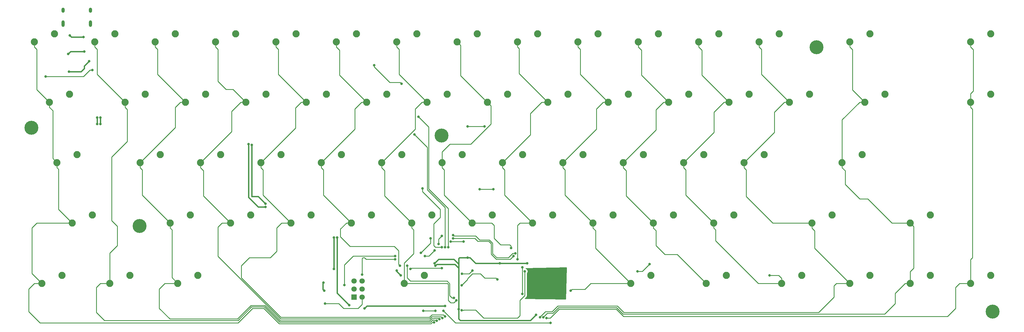
<source format=gbr>
G04 #@! TF.GenerationSoftware,KiCad,Pcbnew,(5.1.4)-1*
G04 #@! TF.CreationDate,2021-09-28T20:31:06+02:00*
G04 #@! TF.ProjectId,CrowMiniMk2,43726f77-4d69-46e6-994d-6b322e6b6963,rev?*
G04 #@! TF.SameCoordinates,Original*
G04 #@! TF.FileFunction,Copper,L1,Top*
G04 #@! TF.FilePolarity,Positive*
%FSLAX46Y46*%
G04 Gerber Fmt 4.6, Leading zero omitted, Abs format (unit mm)*
G04 Created by KiCad (PCBNEW (5.1.4)-1) date 2021-09-28 20:31:06*
%MOMM*%
%LPD*%
G04 APERTURE LIST*
%ADD10C,4.400000*%
%ADD11C,2.250000*%
%ADD12O,1.000000X1.600000*%
%ADD13O,1.000000X2.100000*%
%ADD14R,1.700000X1.700000*%
%ADD15C,1.700000*%
%ADD16C,0.800000*%
%ADD17C,0.381000*%
%ADD18C,0.250000*%
%ADD19C,0.254000*%
G04 APERTURE END LIST*
D10*
X143668750Y-71437500D03*
X14287500Y-69056250D03*
X48418750Y-100012500D03*
X317500000Y-127000000D03*
X261937500Y-43656250D03*
D11*
X276383750Y-77470000D03*
X270033750Y-80010000D03*
X266858750Y-96520000D03*
X260508750Y-99060000D03*
X33496250Y-96520000D03*
X27146250Y-99060000D03*
X28733750Y-77470000D03*
X22383750Y-80010000D03*
X278765000Y-39370000D03*
X272415000Y-41910000D03*
X283527500Y-58420000D03*
X277177500Y-60960000D03*
X26352500Y-58420000D03*
X20002500Y-60960000D03*
X257333750Y-115570000D03*
X250983750Y-118110000D03*
X233521250Y-115570000D03*
X227171250Y-118110000D03*
X209708750Y-115570000D03*
X203358750Y-118110000D03*
X66833750Y-115570000D03*
X60483750Y-118110000D03*
X45402500Y-115570000D03*
X39052500Y-118110000D03*
X23971250Y-115570000D03*
X17621250Y-118110000D03*
X138271250Y-115570000D03*
X131921250Y-118110000D03*
X316865000Y-115570000D03*
X310515000Y-118110000D03*
X297815000Y-115570000D03*
X291465000Y-118110000D03*
X278765000Y-115570000D03*
X272415000Y-118110000D03*
X297815000Y-96520000D03*
X291465000Y-99060000D03*
X235902500Y-96520000D03*
X229552500Y-99060000D03*
X216852500Y-96520000D03*
X210502500Y-99060000D03*
X197802500Y-96520000D03*
X191452500Y-99060000D03*
X178752500Y-96520000D03*
X172402500Y-99060000D03*
X159702500Y-96520000D03*
X153352500Y-99060000D03*
X140652500Y-96520000D03*
X134302500Y-99060000D03*
X121602500Y-96520000D03*
X115252500Y-99060000D03*
X102552500Y-96520000D03*
X96202500Y-99060000D03*
X83502500Y-96520000D03*
X77152500Y-99060000D03*
X64452500Y-96520000D03*
X58102500Y-99060000D03*
X245427500Y-77470000D03*
X239077500Y-80010000D03*
X226377500Y-77470000D03*
X220027500Y-80010000D03*
X207327500Y-77470000D03*
X200977500Y-80010000D03*
X188277500Y-77470000D03*
X181927500Y-80010000D03*
X169227500Y-77470000D03*
X162877500Y-80010000D03*
X150177500Y-77470000D03*
X143827500Y-80010000D03*
X131127500Y-77470000D03*
X124777500Y-80010000D03*
X112077500Y-77470000D03*
X105727500Y-80010000D03*
X93027500Y-77470000D03*
X86677500Y-80010000D03*
X73977500Y-77470000D03*
X67627500Y-80010000D03*
X54927500Y-77470000D03*
X48577500Y-80010000D03*
X316865000Y-58420000D03*
X310515000Y-60960000D03*
X259715000Y-58420000D03*
X253365000Y-60960000D03*
X240665000Y-58420000D03*
X234315000Y-60960000D03*
X221615000Y-58420000D03*
X215265000Y-60960000D03*
X202565000Y-58420000D03*
X196215000Y-60960000D03*
X183515000Y-58420000D03*
X177165000Y-60960000D03*
X164465000Y-58420000D03*
X158115000Y-60960000D03*
X145415000Y-58420000D03*
X139065000Y-60960000D03*
X126365000Y-58420000D03*
X120015000Y-60960000D03*
X107315000Y-58420000D03*
X100965000Y-60960000D03*
X88265000Y-58420000D03*
X81915000Y-60960000D03*
X69215000Y-58420000D03*
X62865000Y-60960000D03*
X50165000Y-58420000D03*
X43815000Y-60960000D03*
X316865000Y-39370000D03*
X310515000Y-41910000D03*
X250190000Y-39370000D03*
X243840000Y-41910000D03*
X231140000Y-39370000D03*
X224790000Y-41910000D03*
X212090000Y-39370000D03*
X205740000Y-41910000D03*
X193040000Y-39370000D03*
X186690000Y-41910000D03*
X173990000Y-39370000D03*
X167640000Y-41910000D03*
X154940000Y-39370000D03*
X148590000Y-41910000D03*
X135890000Y-39370000D03*
X129540000Y-41910000D03*
X116840000Y-39370000D03*
X110490000Y-41910000D03*
X97790000Y-39370000D03*
X91440000Y-41910000D03*
X78740000Y-39370000D03*
X72390000Y-41910000D03*
X59690000Y-39370000D03*
X53340000Y-41910000D03*
X40640000Y-39370000D03*
X34290000Y-41910000D03*
X21590000Y-39370000D03*
X15240000Y-41910000D03*
D12*
X32895000Y-31968750D03*
X24255000Y-31968750D03*
D13*
X32895000Y-36148750D03*
X24255000Y-36148750D03*
D14*
X116078000Y-122428000D03*
D15*
X118618000Y-122428000D03*
X116078000Y-119888000D03*
X118618000Y-119888000D03*
X116078000Y-117348000D03*
X118618000Y-117348000D03*
D16*
X32512000Y-48006000D03*
X26162000Y-51308000D03*
X36068000Y-65786000D03*
X36068000Y-67818000D03*
X83820000Y-74422000D03*
X88138000Y-92979997D03*
X110744000Y-103632000D03*
X114554000Y-124968000D03*
X144780000Y-125222000D03*
X119380000Y-125984000D03*
X171704000Y-119126000D03*
X179324000Y-115316000D03*
X181356000Y-120142000D03*
X25908000Y-45720000D03*
X30988000Y-44958000D03*
X35052000Y-65786000D03*
X35052000Y-67818000D03*
X162052000Y-111760000D03*
X170688000Y-111760000D03*
X149098000Y-126238000D03*
X151892000Y-109982000D03*
X173482000Y-128016000D03*
X106680000Y-120396000D03*
X106426000Y-117856000D03*
X82804000Y-74168000D03*
X88138000Y-93980000D03*
X109728000Y-103632000D03*
X109728000Y-113538000D03*
X141478000Y-111760000D03*
X129540000Y-114046000D03*
X130810000Y-115570000D03*
X141732000Y-112522000D03*
X18796000Y-52832000D03*
X33528000Y-50800000D03*
X153416000Y-114046000D03*
X150114000Y-115062000D03*
X145780003Y-106680000D03*
X136398000Y-65532000D03*
X131064000Y-55118000D03*
X122428000Y-49276000D03*
X151892000Y-68580000D03*
X157226000Y-68580000D03*
X144780000Y-106680000D03*
X135128000Y-71120000D03*
X155702000Y-88392000D03*
X160020000Y-88392000D03*
X143764000Y-106680000D03*
X137668000Y-88138000D03*
X146558000Y-104902000D03*
X150622000Y-104902000D03*
X144272000Y-126746000D03*
X178054000Y-130556000D03*
X26416000Y-39878000D03*
X30734000Y-40386000D03*
X106934000Y-124460000D03*
X137922000Y-126746000D03*
X141732000Y-126746000D03*
X150046685Y-126554228D03*
X169889000Y-114300000D03*
X113030000Y-118618000D03*
X166370000Y-109474000D03*
X147320000Y-103886000D03*
X129032000Y-109474000D03*
X140208000Y-103886000D03*
X137160000Y-108458000D03*
X161290000Y-116840000D03*
X149994142Y-118737858D03*
X143768653Y-113279347D03*
X133858000Y-113538000D03*
X118618000Y-115316000D03*
X166915000Y-108635563D03*
X147320000Y-102885997D03*
X129032000Y-110490000D03*
X143764000Y-103124000D03*
X142748000Y-105664000D03*
X141478000Y-107696000D03*
X138430000Y-109474000D03*
X141296341Y-130426299D03*
X142121636Y-129861595D03*
X142990012Y-129365686D03*
X143947949Y-129078701D03*
X144780000Y-128524000D03*
X147574000Y-122682000D03*
X132842000Y-112522000D03*
X130556000Y-112522000D03*
X148307500Y-123444000D03*
X165608000Y-106934000D03*
X169164000Y-121412000D03*
X169164000Y-113030000D03*
X167640000Y-110490000D03*
X184404000Y-120396000D03*
X205486000Y-114300000D03*
X209296000Y-112014000D03*
X247142000Y-115570000D03*
X174752000Y-128778000D03*
X175752003Y-128778000D03*
X176784000Y-129032000D03*
D17*
X32512000Y-48006000D02*
X30988000Y-49530000D01*
X30988000Y-49530000D02*
X30988000Y-50292000D01*
X30988000Y-50292000D02*
X29972000Y-51308000D01*
X29972000Y-51308000D02*
X26162000Y-51308000D01*
X36068000Y-65786000D02*
X36068000Y-67818000D01*
X83820000Y-74422000D02*
X83820000Y-90678000D01*
X83820000Y-90678000D02*
X85836003Y-90678000D01*
X85836003Y-90678000D02*
X88138000Y-92979997D01*
X110744000Y-103632000D02*
X110744000Y-110236000D01*
X110744000Y-121158000D02*
X110744000Y-110236000D01*
X113538000Y-123952000D02*
X110744000Y-121158000D01*
X113538000Y-123952000D02*
X114554000Y-124968000D01*
X144780000Y-125222000D02*
X120142000Y-125222000D01*
X120142000Y-125222000D02*
X119380000Y-125984000D01*
X25908000Y-45720000D02*
X26670000Y-44958000D01*
X26670000Y-44958000D02*
X30988000Y-44958000D01*
X35052000Y-65786000D02*
X35052000Y-67818000D01*
X149098000Y-125222000D02*
X149098000Y-124656315D01*
X149098000Y-110490000D02*
X149098000Y-110236000D01*
X149098000Y-110236000D02*
X149352000Y-109982000D01*
X152654000Y-109982000D02*
X154432000Y-111760000D01*
X149352000Y-109982000D02*
X151384000Y-109982000D01*
X154432000Y-111760000D02*
X162052000Y-111760000D01*
X169672000Y-111760000D02*
X170688000Y-111760000D01*
X162052000Y-111760000D02*
X169672000Y-111760000D01*
X149098000Y-129286000D02*
X149606000Y-129794000D01*
X149606000Y-129794000D02*
X162052000Y-129794000D01*
X149098000Y-125222000D02*
X149098000Y-126238000D01*
X149098000Y-126238000D02*
X149098000Y-129286000D01*
X151384000Y-109982000D02*
X151892000Y-109982000D01*
X151892000Y-109982000D02*
X152654000Y-109982000D01*
X162052000Y-129794000D02*
X171704000Y-129794000D01*
X171704000Y-129794000D02*
X173482000Y-128016000D01*
X106680000Y-120396000D02*
X106280001Y-119996001D01*
X106280001Y-119996001D02*
X106280001Y-118001999D01*
X106280001Y-118001999D02*
X106426000Y-117856000D01*
X82804000Y-74168000D02*
X82804000Y-90932000D01*
X86300328Y-93980000D02*
X88138000Y-93980000D01*
X82804000Y-90932000D02*
X85852000Y-93980000D01*
X85852000Y-93980000D02*
X86300328Y-93980000D01*
X109728000Y-103632000D02*
X109728000Y-110236000D01*
X109728000Y-110236000D02*
X109728000Y-113538000D01*
X141478000Y-111760000D02*
X142748000Y-110490000D01*
X147574000Y-110490000D02*
X149098000Y-112014000D01*
X142748000Y-110490000D02*
X147574000Y-110490000D01*
X149098000Y-112014000D02*
X149098000Y-110490000D01*
X129540000Y-114046000D02*
X129540000Y-114300000D01*
X129540000Y-114300000D02*
X130810000Y-115570000D01*
X147936001Y-112122001D02*
X149098000Y-113284000D01*
X142131999Y-112122001D02*
X147936001Y-112122001D01*
X141732000Y-112522000D02*
X142131999Y-112122001D01*
X149098000Y-124656315D02*
X149098000Y-113284000D01*
X149098000Y-113284000D02*
X149098000Y-112014000D01*
D18*
X18796000Y-52832000D02*
X30734000Y-52832000D01*
X30734000Y-52832000D02*
X32766000Y-50800000D01*
X32766000Y-50800000D02*
X33528000Y-50800000D01*
X153416000Y-114046000D02*
X152400000Y-115062000D01*
X152400000Y-115062000D02*
X150114000Y-115062000D01*
X145780003Y-106680000D02*
X145780003Y-94472003D01*
X145780003Y-94472003D02*
X139642010Y-88334010D01*
X139642010Y-88334010D02*
X139642010Y-68776010D01*
X139642010Y-68776010D02*
X136398000Y-65532000D01*
X130664001Y-54718001D02*
X127362001Y-54718001D01*
X131064000Y-55118000D02*
X130664001Y-54718001D01*
X127362001Y-54718001D02*
X122428000Y-49784000D01*
X122428000Y-49784000D02*
X122428000Y-49276000D01*
X151892000Y-68580000D02*
X157226000Y-68580000D01*
X144780000Y-106680000D02*
X144780000Y-97536000D01*
X144780000Y-97536000D02*
X144780000Y-94488000D01*
X144780000Y-94176998D02*
X139192000Y-88588998D01*
X144780000Y-94488000D02*
X144780000Y-94176998D01*
X139192000Y-88588998D02*
X139192000Y-75184000D01*
X139192000Y-75184000D02*
X135128000Y-71120000D01*
X155702000Y-88392000D02*
X160020000Y-88392000D01*
X141732000Y-106680000D02*
X143764000Y-106680000D01*
X137668000Y-89154000D02*
X143256000Y-94742000D01*
X137668000Y-88138000D02*
X137668000Y-89154000D01*
X143256000Y-94742000D02*
X143256000Y-97282000D01*
X143256000Y-97282000D02*
X141224000Y-99314000D01*
X141224000Y-99314000D02*
X141224000Y-106172000D01*
X141224000Y-106172000D02*
X141732000Y-106680000D01*
X146558000Y-104902000D02*
X150622000Y-104902000D01*
X144272000Y-126746000D02*
X148082000Y-130556000D01*
X148082000Y-130556000D02*
X178054000Y-130556000D01*
D17*
X26416000Y-39878000D02*
X26924000Y-40386000D01*
X26924000Y-40386000D02*
X30734000Y-40386000D01*
D18*
X106934000Y-124460000D02*
X111252000Y-124460000D01*
X111252000Y-124460000D02*
X112776000Y-125984000D01*
X112776000Y-125984000D02*
X117348000Y-125984000D01*
X118618000Y-124714000D02*
X118618000Y-122428000D01*
X117348000Y-125984000D02*
X118618000Y-124714000D01*
X137922000Y-126746000D02*
X141732000Y-126746000D01*
X150612370Y-126554228D02*
X150674598Y-126492000D01*
X150046685Y-126554228D02*
X150612370Y-126554228D01*
X150674598Y-126492000D02*
X154432000Y-126492000D01*
X154432000Y-126492000D02*
X156972000Y-129032000D01*
X156972000Y-129032000D02*
X166624000Y-129032000D01*
X166624000Y-129032000D02*
X167132000Y-129032000D01*
X167132000Y-129032000D02*
X167640000Y-129032000D01*
X167640000Y-129032000D02*
X168402000Y-128270000D01*
X168402000Y-128270000D02*
X168402000Y-123444000D01*
X168402000Y-123444000D02*
X169889000Y-121957000D01*
X169889000Y-121957000D02*
X169889000Y-114300000D01*
X113030000Y-118618000D02*
X113030000Y-112268000D01*
X113030000Y-112268000D02*
X115824000Y-109474000D01*
X115824000Y-109474000D02*
X119126000Y-109474000D01*
X119126000Y-109474000D02*
X119380000Y-109474000D01*
X166370000Y-109474000D02*
X165354000Y-110490000D01*
X165354000Y-110490000D02*
X163322000Y-110490000D01*
X159315990Y-108898400D02*
X159315990Y-105596400D01*
X163322000Y-110490000D02*
X160907589Y-110489999D01*
X160907589Y-110489999D02*
X159315990Y-108898400D01*
X159315990Y-105596400D02*
X158563600Y-104844010D01*
X158563600Y-104844010D02*
X156464000Y-104844010D01*
X156464000Y-104844010D02*
X155390010Y-104844010D01*
X155390010Y-104844010D02*
X155136010Y-104844010D01*
X155136010Y-104844010D02*
X154178000Y-103886000D01*
X154178000Y-103886000D02*
X147320000Y-103886000D01*
X119380000Y-109474000D02*
X129032000Y-109474000D01*
X140208000Y-103886000D02*
X140208000Y-105410000D01*
X140208000Y-105410000D02*
X137160000Y-108458000D01*
X160890001Y-116440001D02*
X157334001Y-116440001D01*
X161290000Y-116840000D02*
X160890001Y-116440001D01*
X157334001Y-116440001D02*
X155956000Y-115062000D01*
X155956000Y-115062000D02*
X153416000Y-115062000D01*
X153416000Y-115062000D02*
X151892000Y-116586000D01*
X151892000Y-116586000D02*
X151892000Y-116840000D01*
X151892000Y-116840000D02*
X149994142Y-118737858D01*
X143768653Y-113279347D02*
X134116653Y-113279347D01*
X134116653Y-113279347D02*
X133858000Y-113538000D01*
X118618000Y-115316000D02*
X118618000Y-110236000D01*
X118618000Y-110236000D02*
X118872000Y-109982000D01*
X118872000Y-109982000D02*
X119380000Y-109982000D01*
X166135435Y-108635563D02*
X164731008Y-110039990D01*
X166915000Y-108635563D02*
X166135435Y-108635563D01*
X164731008Y-110039990D02*
X163322000Y-110039990D01*
X163322000Y-110039990D02*
X161093990Y-110039990D01*
X161093990Y-110039990D02*
X159766000Y-108712000D01*
X159766000Y-108712000D02*
X159766000Y-105410000D01*
X159766000Y-105410000D02*
X158750000Y-104394000D01*
X158750000Y-104394000D02*
X156464000Y-104394000D01*
X156464000Y-104394000D02*
X155702000Y-104394000D01*
X155702000Y-104394000D02*
X154432000Y-103124000D01*
X154432000Y-103124000D02*
X150622000Y-103124000D01*
X150622000Y-103124000D02*
X147558003Y-103124000D01*
X147558003Y-103124000D02*
X147320000Y-102885997D01*
X119380000Y-109982000D02*
X119888000Y-110490000D01*
X119888000Y-110490000D02*
X129032000Y-110490000D01*
X143764000Y-103124000D02*
X142748000Y-104140000D01*
X142748000Y-104140000D02*
X142748000Y-105664000D01*
X141478000Y-107696000D02*
X139700000Y-109474000D01*
X139700000Y-109474000D02*
X138430000Y-109474000D01*
X15240000Y-43500990D02*
X16002000Y-44262990D01*
X15240000Y-41910000D02*
X15240000Y-43500990D01*
X16002000Y-56959500D02*
X20002500Y-60960000D01*
X16002000Y-44262990D02*
X16002000Y-56959500D01*
X20002500Y-62550990D02*
X21082000Y-63630490D01*
X20002500Y-60960000D02*
X20002500Y-62550990D01*
X21082000Y-78708250D02*
X22383750Y-80010000D01*
X21082000Y-63630490D02*
X21082000Y-78708250D01*
X22383750Y-81600990D02*
X22860000Y-82077240D01*
X22383750Y-80010000D02*
X22383750Y-81600990D01*
X22860000Y-94773750D02*
X27146250Y-99060000D01*
X22860000Y-82077240D02*
X22860000Y-94773750D01*
X27146250Y-99060000D02*
X16002000Y-99060000D01*
X16002000Y-99060000D02*
X14478000Y-100584000D01*
X14478000Y-114966750D02*
X17621250Y-118110000D01*
X14478000Y-100584000D02*
X14478000Y-114966750D01*
X15240000Y-118110000D02*
X17621250Y-118110000D01*
X13462000Y-119888000D02*
X15240000Y-118110000D01*
X13462000Y-127000000D02*
X13462000Y-119888000D01*
X17018000Y-130556000D02*
X13462000Y-127000000D01*
X79502000Y-130556000D02*
X17018000Y-130556000D01*
X140730656Y-130426299D02*
X140346955Y-130810000D01*
X141296341Y-130426299D02*
X140730656Y-130426299D01*
X140346955Y-130810000D02*
X92456000Y-130810000D01*
X92456000Y-130810000D02*
X87630000Y-125984000D01*
X87630000Y-125984000D02*
X84074000Y-125984000D01*
X84074000Y-125984000D02*
X79502000Y-130556000D01*
X34290000Y-43500990D02*
X35052000Y-44262990D01*
X34290000Y-41910000D02*
X34290000Y-43500990D01*
X35052000Y-52197000D02*
X43815000Y-60960000D01*
X35052000Y-44262990D02*
X35052000Y-52197000D01*
X43815000Y-62550990D02*
X44510010Y-63246000D01*
X43815000Y-60960000D02*
X43815000Y-62550990D01*
X44510010Y-63246000D02*
X44510010Y-73345990D01*
X44510010Y-73345990D02*
X39624000Y-78232000D01*
X39624000Y-78232000D02*
X39624000Y-98298000D01*
X39624000Y-98298000D02*
X41402000Y-100076000D01*
X41402000Y-100076000D02*
X41402000Y-106172000D01*
X39052500Y-108521500D02*
X39052500Y-118110000D01*
X41402000Y-106172000D02*
X39052500Y-108521500D01*
X34798000Y-127254000D02*
X34798000Y-119380000D01*
X37338000Y-129794000D02*
X34798000Y-127254000D01*
X36068000Y-118110000D02*
X39052500Y-118110000D01*
X79502000Y-129794000D02*
X37338000Y-129794000D01*
X83762010Y-125533990D02*
X79502000Y-129794000D01*
X141961339Y-129701298D02*
X140819247Y-129701298D01*
X142121636Y-129861595D02*
X141961339Y-129701298D01*
X140160555Y-130359990D02*
X92642400Y-130359990D01*
X140819247Y-129701298D02*
X140160555Y-130359990D01*
X92642400Y-130359990D02*
X87816400Y-125533990D01*
X34798000Y-119380000D02*
X36068000Y-118110000D01*
X87816400Y-125533990D02*
X83762010Y-125533990D01*
X53340000Y-43500990D02*
X54102000Y-44262990D01*
X53340000Y-41910000D02*
X53340000Y-43500990D01*
X54102000Y-52197000D02*
X62865000Y-60960000D01*
X54102000Y-44262990D02*
X54102000Y-52197000D01*
X61274010Y-60960000D02*
X59690000Y-62544010D01*
X62865000Y-60960000D02*
X61274010Y-60960000D01*
X59690000Y-68897500D02*
X48577500Y-80010000D01*
X59690000Y-62544010D02*
X59690000Y-68897500D01*
X48577500Y-81600990D02*
X49276000Y-82299490D01*
X48577500Y-80010000D02*
X48577500Y-81600990D01*
X49276000Y-90233500D02*
X58102500Y-99060000D01*
X49276000Y-82299490D02*
X49276000Y-90233500D01*
X58102500Y-100650990D02*
X58674000Y-101222490D01*
X58102500Y-99060000D02*
X58102500Y-100650990D01*
X58674000Y-116300250D02*
X60483750Y-118110000D01*
X58674000Y-101222490D02*
X58674000Y-116300250D01*
X54610000Y-119888000D02*
X56388000Y-118110000D01*
X54610000Y-125984000D02*
X54610000Y-119888000D01*
X79315600Y-129343990D02*
X57969990Y-129343990D01*
X88002800Y-125083980D02*
X83575609Y-125083981D01*
X57969990Y-129343990D02*
X54610000Y-125984000D01*
X92828800Y-129909980D02*
X88002800Y-125083980D01*
X83575609Y-125083981D02*
X79315600Y-129343990D01*
X142760920Y-129136594D02*
X141373406Y-129136594D01*
X142990012Y-129365686D02*
X142760920Y-129136594D01*
X56388000Y-118110000D02*
X60483750Y-118110000D01*
X141373406Y-129136594D02*
X141258712Y-129251288D01*
X141258712Y-129251288D02*
X140632846Y-129251289D01*
X140632846Y-129251289D02*
X139974155Y-129909980D01*
X139974155Y-129909980D02*
X92828800Y-129909980D01*
X72390000Y-43500990D02*
X73152000Y-44262990D01*
X72390000Y-41910000D02*
X72390000Y-43500990D01*
X73152000Y-44262990D02*
X73152000Y-54356000D01*
X73152000Y-54356000D02*
X75692000Y-56896000D01*
X77851000Y-56896000D02*
X81915000Y-60960000D01*
X75692000Y-56896000D02*
X77851000Y-56896000D01*
X80324010Y-60960000D02*
X77470000Y-63814010D01*
X81915000Y-60960000D02*
X80324010Y-60960000D01*
X77470000Y-70167500D02*
X67627500Y-80010000D01*
X77470000Y-63814010D02*
X77470000Y-70167500D01*
X67627500Y-81600990D02*
X68580000Y-82553490D01*
X67627500Y-80010000D02*
X67627500Y-81600990D01*
X68580000Y-90487500D02*
X77152500Y-99060000D01*
X68580000Y-82553490D02*
X68580000Y-90487500D01*
X74422000Y-99060000D02*
X77152500Y-99060000D01*
X143509933Y-128640685D02*
X140607040Y-128640685D01*
X143947949Y-129078701D02*
X143509933Y-128640685D01*
X140607040Y-128640685D02*
X139961725Y-129286000D01*
X73152000Y-100330000D02*
X74422000Y-99060000D01*
X139961725Y-129286000D02*
X92841230Y-129286000D01*
X92841230Y-129286000D02*
X73152000Y-109596770D01*
X73152000Y-109596770D02*
X73152000Y-100330000D01*
X91440000Y-43500990D02*
X92202000Y-44262990D01*
X91440000Y-41910000D02*
X91440000Y-43500990D01*
X92202000Y-52197000D02*
X100965000Y-60960000D01*
X92202000Y-44262990D02*
X92202000Y-52197000D01*
X99374010Y-60960000D02*
X97596010Y-62738000D01*
X100965000Y-60960000D02*
X99374010Y-60960000D01*
X97596010Y-69091490D02*
X86677500Y-80010000D01*
X97596010Y-62738000D02*
X97596010Y-69091490D01*
X86677500Y-81600990D02*
X87376000Y-82299490D01*
X86677500Y-80010000D02*
X86677500Y-81600990D01*
X87376000Y-90233500D02*
X96202500Y-99060000D01*
X87376000Y-82299490D02*
X87376000Y-90233500D01*
X91694000Y-100584000D02*
X93218000Y-99060000D01*
X89662000Y-109982000D02*
X91694000Y-107950000D01*
X83058000Y-109982000D02*
X89662000Y-109982000D01*
X80518000Y-112522000D02*
X83058000Y-109982000D01*
X144272000Y-128016000D02*
X140595315Y-128016000D01*
X91694000Y-107950000D02*
X91694000Y-100584000D01*
X140595315Y-128016000D02*
X139833315Y-128778000D01*
X139833315Y-128778000D02*
X92969640Y-128778000D01*
X92969640Y-128778000D02*
X80518000Y-116326360D01*
X93218000Y-99060000D02*
X96202500Y-99060000D01*
X144780000Y-128524000D02*
X144272000Y-128016000D01*
X80518000Y-116326360D02*
X80518000Y-112522000D01*
X110490000Y-43500990D02*
X111506000Y-44516990D01*
X110490000Y-41910000D02*
X110490000Y-43500990D01*
X111506000Y-52451000D02*
X120015000Y-60960000D01*
X111506000Y-44516990D02*
X111506000Y-52451000D01*
X118424010Y-60960000D02*
X116332000Y-63052010D01*
X120015000Y-60960000D02*
X118424010Y-60960000D01*
X116332000Y-69405500D02*
X105727500Y-80010000D01*
X116332000Y-63052010D02*
X116332000Y-69405500D01*
X147008315Y-122682000D02*
X146246010Y-121919695D01*
X147574000Y-122682000D02*
X147008315Y-122682000D01*
X146246010Y-121919695D02*
X146246010Y-120904000D01*
X146246009Y-118177599D02*
X145416410Y-117348000D01*
X146246010Y-120904000D02*
X146246009Y-118177599D01*
X145416410Y-117348000D02*
X133858000Y-117348000D01*
X133858000Y-117348000D02*
X132842000Y-116332000D01*
X132842000Y-116332000D02*
X132842000Y-112522000D01*
X130156001Y-112122001D02*
X130156001Y-107804001D01*
X130156001Y-107804001D02*
X128778000Y-106426000D01*
X130556000Y-112522000D02*
X130156001Y-112122001D01*
X105727500Y-81600990D02*
X106426000Y-82299490D01*
X105727500Y-80010000D02*
X105727500Y-81600990D01*
X106426000Y-82299490D02*
X106426000Y-90233500D01*
X128778000Y-106426000D02*
X114808000Y-106426000D01*
X114808000Y-106426000D02*
X111760000Y-103378000D01*
X111760000Y-103378000D02*
X111760000Y-100961510D01*
X106426000Y-90233500D02*
X115252500Y-99060000D01*
X113661510Y-99060000D02*
X115252500Y-99060000D01*
X111760000Y-100961510D02*
X113661510Y-99060000D01*
X129540000Y-43500990D02*
X130302000Y-44262990D01*
X129540000Y-41910000D02*
X129540000Y-43500990D01*
X130302000Y-52197000D02*
X139065000Y-60960000D01*
X130302000Y-44262990D02*
X130302000Y-52197000D01*
X137474010Y-60960000D02*
X135382000Y-63052010D01*
X139065000Y-60960000D02*
X137474010Y-60960000D01*
X135382000Y-69405500D02*
X124777500Y-80010000D01*
X135382000Y-63052010D02*
X135382000Y-69405500D01*
X124777500Y-81600990D02*
X125730000Y-82553490D01*
X124777500Y-80010000D02*
X124777500Y-81600990D01*
X125730000Y-90487500D02*
X134302500Y-99060000D01*
X125730000Y-82553490D02*
X125730000Y-90487500D01*
X131921250Y-111664750D02*
X131921250Y-118110000D01*
X134874000Y-108712000D02*
X131921250Y-111664750D01*
X134874000Y-101222490D02*
X134874000Y-108712000D01*
X134302500Y-99060000D02*
X134302500Y-100650990D01*
X134302500Y-100650990D02*
X134874000Y-101222490D01*
X147545500Y-124206000D02*
X148307500Y-123444000D01*
X146558000Y-124206000D02*
X147545500Y-124206000D01*
X145796000Y-123444000D02*
X146558000Y-124206000D01*
X145796000Y-118364000D02*
X145796000Y-123444000D01*
X131921250Y-118110000D02*
X145542000Y-118110000D01*
X145542000Y-118110000D02*
X145796000Y-118364000D01*
X156990001Y-59835001D02*
X158115000Y-60960000D01*
X149714999Y-52559999D02*
X156990001Y-59835001D01*
X149714999Y-43034999D02*
X149714999Y-52559999D01*
X148590000Y-41910000D02*
X149714999Y-43034999D01*
X143827500Y-81600990D02*
X144526000Y-82299490D01*
X143827500Y-80010000D02*
X143827500Y-81600990D01*
X144526000Y-90233500D02*
X153352500Y-99060000D01*
X144526000Y-82299490D02*
X144526000Y-90233500D01*
X159239999Y-62084999D02*
X159239999Y-67836001D01*
X158115000Y-60960000D02*
X159239999Y-62084999D01*
X159239999Y-67836001D02*
X152908000Y-74168000D01*
X152908000Y-74168000D02*
X146304000Y-74168000D01*
X143827500Y-76644500D02*
X143827500Y-80010000D01*
X146304000Y-74168000D02*
X143827500Y-76644500D01*
X165608000Y-106368315D02*
X165157685Y-105918000D01*
X165608000Y-106934000D02*
X165608000Y-106368315D01*
X165157685Y-105918000D02*
X162306000Y-105918000D01*
X162306000Y-105918000D02*
X160274000Y-103886000D01*
X160274000Y-103886000D02*
X160274000Y-99822000D01*
X159512000Y-99060000D02*
X153352500Y-99060000D01*
X160274000Y-99822000D02*
X159512000Y-99060000D01*
X167640000Y-43500990D02*
X168148000Y-44008990D01*
X167640000Y-41910000D02*
X167640000Y-43500990D01*
X168148000Y-51943000D02*
X177165000Y-60960000D01*
X168148000Y-44008990D02*
X168148000Y-51943000D01*
X177165000Y-60960000D02*
X175260000Y-60960000D01*
X175260000Y-60960000D02*
X171704000Y-64516000D01*
X171704000Y-71183500D02*
X162877500Y-80010000D01*
X171704000Y-64516000D02*
X171704000Y-71183500D01*
X162877500Y-81600990D02*
X163576000Y-82299490D01*
X162877500Y-80010000D02*
X162877500Y-81600990D01*
X163576000Y-90233500D02*
X172402500Y-99060000D01*
X163576000Y-82299490D02*
X163576000Y-90233500D01*
X169164000Y-121412000D02*
X169164000Y-113030000D01*
X167640000Y-110490000D02*
X167640000Y-99822000D01*
X167640000Y-99822000D02*
X168402000Y-99060000D01*
X168402000Y-99060000D02*
X172402500Y-99060000D01*
X186690000Y-43500990D02*
X187452000Y-44262990D01*
X186690000Y-41910000D02*
X186690000Y-43500990D01*
X187452000Y-52197000D02*
X196215000Y-60960000D01*
X187452000Y-44262990D02*
X187452000Y-52197000D01*
X194624010Y-60960000D02*
X192532000Y-63052010D01*
X196215000Y-60960000D02*
X194624010Y-60960000D01*
X192532000Y-69405500D02*
X181927500Y-80010000D01*
X192532000Y-63052010D02*
X192532000Y-69405500D01*
X181927500Y-81600990D02*
X182626000Y-82299490D01*
X181927500Y-80010000D02*
X181927500Y-81600990D01*
X182626000Y-90233500D02*
X191452500Y-99060000D01*
X182626000Y-82299490D02*
X182626000Y-90233500D01*
X191452500Y-100650990D02*
X192278000Y-101476490D01*
X191452500Y-99060000D02*
X191452500Y-100650990D01*
X192278000Y-107029250D02*
X203358750Y-118110000D01*
X192278000Y-101476490D02*
X192278000Y-107029250D01*
X184803999Y-119996001D02*
X188867999Y-119996001D01*
X184404000Y-120396000D02*
X184803999Y-119996001D01*
X190754000Y-118110000D02*
X203358750Y-118110000D01*
X188867999Y-119996001D02*
X190754000Y-118110000D01*
X205740000Y-43500990D02*
X206756000Y-44516990D01*
X205740000Y-41910000D02*
X205740000Y-43500990D01*
X206756000Y-52451000D02*
X215265000Y-60960000D01*
X206756000Y-44516990D02*
X206756000Y-52451000D01*
X213674010Y-60960000D02*
X211328000Y-63306010D01*
X215265000Y-60960000D02*
X213674010Y-60960000D01*
X211328000Y-69659500D02*
X200977500Y-80010000D01*
X211328000Y-63306010D02*
X211328000Y-69659500D01*
X200977500Y-81600990D02*
X201930000Y-82553490D01*
X200977500Y-80010000D02*
X200977500Y-81600990D01*
X201930000Y-90487500D02*
X210502500Y-99060000D01*
X201930000Y-82553490D02*
X201930000Y-90487500D01*
X210502500Y-100650990D02*
X211328000Y-101476490D01*
X210502500Y-99060000D02*
X210502500Y-100650990D01*
X211328000Y-101476490D02*
X211328000Y-106172000D01*
X211328000Y-106172000D02*
X214122000Y-108966000D01*
X218027250Y-108966000D02*
X227171250Y-118110000D01*
X214122000Y-108966000D02*
X218027250Y-108966000D01*
X224790000Y-43500990D02*
X225806000Y-44516990D01*
X224790000Y-41910000D02*
X224790000Y-43500990D01*
X225806000Y-52451000D02*
X234315000Y-60960000D01*
X225806000Y-44516990D02*
X225806000Y-52451000D01*
X232724010Y-60960000D02*
X229616000Y-64068010D01*
X234315000Y-60960000D02*
X232724010Y-60960000D01*
X229616000Y-70421500D02*
X220027500Y-80010000D01*
X229616000Y-64068010D02*
X229616000Y-70421500D01*
X220027500Y-81600990D02*
X220726000Y-82299490D01*
X220027500Y-80010000D02*
X220027500Y-81600990D01*
X220726000Y-90233500D02*
X229552500Y-99060000D01*
X220726000Y-82299490D02*
X220726000Y-90233500D01*
X229552500Y-100650990D02*
X230124000Y-101222490D01*
X229552500Y-99060000D02*
X229552500Y-100650990D01*
X230124000Y-101222490D02*
X230124000Y-104648000D01*
X243586000Y-118110000D02*
X250983750Y-118110000D01*
X230124000Y-104648000D02*
X243586000Y-118110000D01*
X205486000Y-114300000D02*
X207010000Y-114300000D01*
X207010000Y-114300000D02*
X209296000Y-112014000D01*
X250983750Y-116519010D02*
X250983750Y-118110000D01*
X250034740Y-115570000D02*
X250983750Y-116519010D01*
X247142000Y-115570000D02*
X250034740Y-115570000D01*
X243840000Y-43500990D02*
X244602000Y-44262990D01*
X243840000Y-41910000D02*
X243840000Y-43500990D01*
X244602000Y-52197000D02*
X253365000Y-60960000D01*
X244602000Y-44262990D02*
X244602000Y-52197000D01*
X248666000Y-70421500D02*
X239077500Y-80010000D01*
X248666000Y-64068010D02*
X248666000Y-70421500D01*
X253365000Y-60960000D02*
X251774010Y-60960000D01*
X251774010Y-60960000D02*
X248666000Y-64068010D01*
X239077500Y-81600990D02*
X239776000Y-82299490D01*
X239077500Y-80010000D02*
X239077500Y-81600990D01*
X239776000Y-82299490D02*
X239776000Y-90678000D01*
X239776000Y-90678000D02*
X248158000Y-99060000D01*
X248158000Y-99060000D02*
X260508750Y-99060000D01*
X260508750Y-100650990D02*
X261366000Y-101508240D01*
X260508750Y-99060000D02*
X260508750Y-100650990D01*
X261366000Y-107061000D02*
X272415000Y-118110000D01*
X261366000Y-101508240D02*
X261366000Y-107061000D01*
X174752000Y-128705001D02*
X176457001Y-127000000D01*
X174752000Y-128778000D02*
X174752000Y-128705001D01*
X176457001Y-127000000D02*
X178562000Y-127000000D01*
X178562000Y-127000000D02*
X180340000Y-125222000D01*
X180340000Y-125222000D02*
X199136000Y-125222000D01*
X199136000Y-125222000D02*
X201168000Y-127254000D01*
X201168000Y-127254000D02*
X262636000Y-127254000D01*
X262636000Y-127254000D02*
X267462000Y-122428000D01*
X267462000Y-122428000D02*
X267462000Y-118872000D01*
X268224000Y-118110000D02*
X272415000Y-118110000D01*
X267462000Y-118872000D02*
X268224000Y-118110000D01*
X272415000Y-43500990D02*
X273304000Y-44389990D01*
X272415000Y-41910000D02*
X272415000Y-43500990D01*
X273304000Y-57086500D02*
X277177500Y-60960000D01*
X273304000Y-44389990D02*
X273304000Y-57086500D01*
X270033750Y-78419010D02*
X270033750Y-80010000D01*
X270033750Y-66512760D02*
X270033750Y-78419010D01*
X275586510Y-60960000D02*
X270033750Y-66512760D01*
X277177500Y-60960000D02*
X275586510Y-60960000D01*
X270033750Y-81600990D02*
X271018000Y-82585240D01*
X270033750Y-80010000D02*
X270033750Y-81600990D01*
X271018000Y-82585240D02*
X271018000Y-86868000D01*
X271018000Y-86868000D02*
X275590000Y-91440000D01*
X275590000Y-91440000D02*
X278130000Y-91440000D01*
X285750000Y-99060000D02*
X291465000Y-99060000D01*
X278130000Y-91440000D02*
X285750000Y-99060000D01*
X175752003Y-128778000D02*
X177022003Y-127508000D01*
X177022003Y-127508000D02*
X178816000Y-127508000D01*
X178816000Y-127508000D02*
X180594000Y-125730000D01*
X180594000Y-125730000D02*
X198882000Y-125730000D01*
X198882000Y-125730000D02*
X200914000Y-127762000D01*
X200914000Y-127762000D02*
X283464000Y-127762000D01*
X283464000Y-127762000D02*
X286766000Y-124460000D01*
X289874010Y-118110000D02*
X291465000Y-118110000D01*
X286766000Y-121218010D02*
X289874010Y-118110000D01*
X286766000Y-124460000D02*
X286766000Y-121218010D01*
X292589999Y-100184999D02*
X292589999Y-113302001D01*
X291465000Y-99060000D02*
X292589999Y-100184999D01*
X291465000Y-114427000D02*
X291465000Y-118110000D01*
X292589999Y-113302001D02*
X291465000Y-114427000D01*
X310515000Y-58293000D02*
X310515000Y-60960000D01*
X311404000Y-57404000D02*
X310515000Y-58293000D01*
X311404000Y-44389990D02*
X311404000Y-57404000D01*
X310515000Y-41910000D02*
X310515000Y-43500990D01*
X310515000Y-43500990D02*
X311404000Y-44389990D01*
X310515000Y-62550990D02*
X311150000Y-63185990D01*
X310515000Y-60960000D02*
X310515000Y-62550990D01*
X311150000Y-63185990D02*
X311150000Y-109982000D01*
X310515000Y-110617000D02*
X310515000Y-118110000D01*
X311150000Y-109982000D02*
X310515000Y-110617000D01*
X305816000Y-119380000D02*
X307086000Y-118110000D01*
X305816000Y-125984000D02*
X305816000Y-119380000D01*
X177928410Y-129032000D02*
X180722410Y-126238000D01*
X307086000Y-118110000D02*
X310515000Y-118110000D01*
X176784000Y-129032000D02*
X177928410Y-129032000D01*
X198753590Y-126238000D02*
X201039590Y-128524000D01*
X201039590Y-128524000D02*
X303276000Y-128524000D01*
X180722410Y-126238000D02*
X198753590Y-126238000D01*
X303276000Y-128524000D02*
X305816000Y-125984000D01*
D19*
G36*
X182756181Y-123061192D02*
G01*
X170043847Y-122876955D01*
X170400004Y-122520798D01*
X170429001Y-122497001D01*
X170523974Y-122381276D01*
X170594546Y-122249247D01*
X170638003Y-122105986D01*
X170649000Y-121994333D01*
X170649000Y-121994332D01*
X170652677Y-121957000D01*
X170649000Y-121919667D01*
X170649000Y-115003711D01*
X170692937Y-114959774D01*
X170806205Y-114790256D01*
X170884226Y-114601898D01*
X170924000Y-114401939D01*
X170924000Y-114198061D01*
X170884226Y-113998102D01*
X170806205Y-113809744D01*
X170692937Y-113640226D01*
X170548774Y-113496063D01*
X170379256Y-113382795D01*
X170283783Y-113343249D01*
X183003738Y-113158902D01*
X182756181Y-123061192D01*
X182756181Y-123061192D01*
G37*
X182756181Y-123061192D02*
X170043847Y-122876955D01*
X170400004Y-122520798D01*
X170429001Y-122497001D01*
X170523974Y-122381276D01*
X170594546Y-122249247D01*
X170638003Y-122105986D01*
X170649000Y-121994333D01*
X170649000Y-121994332D01*
X170652677Y-121957000D01*
X170649000Y-121919667D01*
X170649000Y-115003711D01*
X170692937Y-114959774D01*
X170806205Y-114790256D01*
X170884226Y-114601898D01*
X170924000Y-114401939D01*
X170924000Y-114198061D01*
X170884226Y-113998102D01*
X170806205Y-113809744D01*
X170692937Y-113640226D01*
X170548774Y-113496063D01*
X170379256Y-113382795D01*
X170283783Y-113343249D01*
X183003738Y-113158902D01*
X182756181Y-123061192D01*
M02*

</source>
